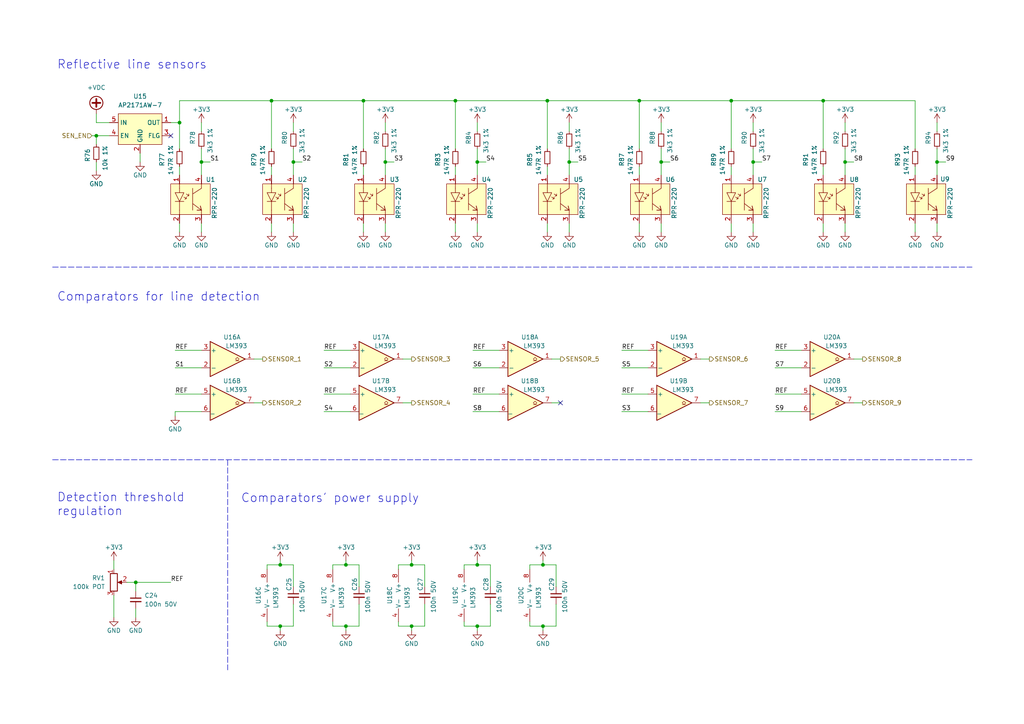
<source format=kicad_sch>
(kicad_sch (version 20211123) (generator eeschema)
  (paper "A4")
  (lib_symbols
    (symbol "AP2171AW:AP2171AW-7"
      (property "Reference" "U" (at -5.08 7.62 0))
      (property "Value" "AP2171AW-7" (at 0 5.08 0))
      (symbol "AP2171AW-7_0_1"
        (rectangle (start -6.35 3.81) (end 6.35 -5.08) (fill (type background)))
      )
      (symbol "AP2171AW-7_1_1"
        (pin passive line (at 8.89 1.27 180) (length 2.54) (name "OUT") (number "1"))
        (pin passive line (at 0 -7.62 90) (length 2.54) (name "GND") (number "2"))
        (pin passive line (at 8.89 -2.54 180) (length 2.54) (name "FLG") (number "3"))
        (pin passive line (at -8.89 -2.54 0) (length 2.54) (name "EN") (number "4"))
        (pin passive line (at -8.89 1.27 0) (length 2.54) (name "IN") (number "5"))
      )
    )
    (symbol "Comparator:LM393" (pin_names (offset 0.127))
      (property "Reference" "U" (at 3.81 3.81 0))
      (property "Value" "LM393" (at 6.35 -3.81 0))
      (symbol "LM393_1_1"
        (polyline (pts (xy -5.08 5.08) (xy 5.08 0) (xy -5.08 -5.08) (xy -5.08 5.08)) (stroke (width 0.254)) (fill (type background)))
        (polyline (pts (xy 3.302 -0.508) (xy 2.794 -0.508) (xy 3.302 0) (xy 2.794 0.508) (xy 2.286 0) (xy 2.794 -0.508) (xy 2.286 -0.508)) (stroke (width 0.127)))
        (pin open_collector line (at 7.62 0 180) (length 2.54) (name "~") (number "1"))
        (pin input line (at -7.62 -2.54 0) (length 2.54) (name "-") (number "2"))
        (pin input line (at -7.62 2.54 0) (length 2.54) (name "+") (number "3"))
      )
      (symbol "LM393_2_1"
        (polyline (pts (xy -5.08 5.08) (xy 5.08 0) (xy -5.08 -5.08) (xy -5.08 5.08)) (stroke (width 0.254)) (fill (type background)))
        (polyline (pts (xy 3.302 -0.508) (xy 2.794 -0.508) (xy 3.302 0) (xy 2.794 0.508) (xy 2.286 0) (xy 2.794 -0.508) (xy 2.286 -0.508)) (stroke (width 0.127)))
        (pin input line (at -7.62 2.54 0) (length 2.54) (name "+") (number "5"))
        (pin input line (at -7.62 -2.54 0) (length 2.54) (name "_") (number "6"))
        (pin open_collector line (at 7.62 0 180) (length 2.54) (name "~") (number "7"))
      )
      (symbol "LM393_3_1"
        (pin power_in line (at -2.54 -7.62 90) (length 3.81) (name "V-") (number "4"))
        (pin power_in line (at -2.54 7.62 270) (length 3.81) (name "V+") (number "8"))
      )
    )
    (symbol "Device:C_Small" (pin_numbers hide) (pin_names (offset 0.254) hide)
      (property "Reference" "C" (at 0.254 1.778 0))
      (property "Value" "C_Small" (at 0.254 -2.032 0))
      (symbol "C_Small_0_1"
        (polyline (pts (xy -1.524 -0.508) (xy 1.524 -0.508)) (stroke (width 0.3302)))
        (polyline (pts (xy -1.524 0.508) (xy 1.524 0.508)) (stroke (width 0.3048)))
      )
      (symbol "C_Small_1_1"
        (pin passive line (at 0 2.54 270) (length 2.032) (name "~") (number "1"))
        (pin passive line (at 0 -2.54 90) (length 2.032) (name "~") (number "2"))
      )
    )
    (symbol "Device:R_Potentiometer" (pin_names (offset 1.016) hide)
      (property "Reference" "RV" (at -4.445 0 90))
      (property "Value" "R_Potentiometer" (at -2.54 0 90))
      (symbol "R_Potentiometer_0_1"
        (polyline (pts (xy 2.54 0) (xy 1.524 0)))
        (polyline (pts (xy 1.143 0) (xy 2.286 0.508) (xy 2.286 -0.508) (xy 1.143 0)) (fill (type outline)))
        (rectangle (start 1.016 2.54) (end -1.016 -2.54) (stroke (width 0.254)))
      )
      (symbol "R_Potentiometer_1_1"
        (pin passive line (at 0 3.81 270) (length 1.27) (name "1") (number "1"))
        (pin passive line (at 3.81 0 180) (length 1.27) (name "2") (number "2"))
        (pin passive line (at 0 -3.81 90) (length 1.27) (name "3") (number "3"))
      )
    )
    (symbol "Device:R_Small" (pin_numbers hide) (pin_names (offset 0.254) hide)
      (property "Reference" "R" (at 0.762 0.508 0))
      (property "Value" "R_Small" (at 0.762 -1.016 0))
      (symbol "R_Small_0_1"
        (rectangle (start -0.762 1.778) (end 0.762 -1.778) (stroke (width 0.2032)))
      )
      (symbol "R_Small_1_1"
        (pin passive line (at 0 2.54 270) (length 0.762) (name "~") (number "1"))
        (pin passive line (at 0 -2.54 90) (length 0.762) (name "~") (number "2"))
      )
    )
    (symbol "RPR_220:RPR-220" (pin_names hide)
      (property "Reference" "U" (at -7.62 0 0))
      (property "Value" "RPR-220" (at 6.35 1.27 90))
      (symbol "RPR-220_0_1"
        (rectangle (start -6.35 5.08) (end 5.08 -3.81) (fill (type background)))
        (polyline (pts (xy -5.08 0) (xy -2.54 0)))
        (polyline (pts (xy -3.81 -2.54) (xy -3.81 -5.08)))
        (polyline (pts (xy -3.81 0) (xy -3.81 -2.54)))
        (polyline (pts (xy -3.81 3.81) (xy -3.81 2.54)))
        (polyline (pts (xy -3.81 6.35) (xy -3.81 3.81)))
        (polyline (pts (xy -1.834 0.7955) (xy -2.2678 0.6351)))
        (polyline (pts (xy -1.1081 1.6635) (xy -1.5419 1.5031)))
        (polyline (pts (xy 0 3.81) (xy 0 -2.54)))
        (polyline (pts (xy 0.0261 -0.6478) (xy 2.54 -2.54)))
        (polyline (pts (xy 2.54 -2.54) (xy 1.27 -2.54)) (stroke (width 0.2)))
        (polyline (pts (xy 2.54 -2.54) (xy 2.2337 -1.328)) (stroke (width 0.2)))
        (polyline (pts (xy 2.54 -2.54) (xy 2.54 -5.08)))
        (polyline (pts (xy 2.54 3.81) (xy 0.036 2.1837)))
        (polyline (pts (xy 2.54 6.35) (xy 2.54 3.81)))
        (polyline (pts (xy -2.54 1.27) (xy -1.834 0.8011) (xy -1.8662 1.3089)))
        (polyline (pts (xy -1.8141 2.138) (xy -1.1081 1.6691) (xy -1.1403 2.1769)))
        (polyline (pts (xy -5.08 2.54) (xy -2.54 2.54) (xy -3.81 0) (xy -5.08 2.54)))
      )
      (symbol "RPR-220_1_1"
        (pin passive line (at -3.81 7.62 270) (length 2.54) (name "A") (number "1"))
        (pin passive line (at -3.81 -6.35 90) (length 2.54) (name "C") (number "2"))
        (pin passive line (at 2.54 -6.35 90) (length 2.54) (name "E") (number "3"))
        (pin passive line (at 2.54 7.62 270) (length 2.54) (name "C") (number "4"))
      )
    )
    (symbol "power:+3.3V" (power) (pin_names (offset 0))
      (property "Value" "+3.3V" (at 0 3.556 0))
      (symbol "+3.3V_0_1"
        (polyline (pts (xy -0.762 1.27) (xy 0 2.54)))
        (polyline (pts (xy 0 0) (xy 0 2.54)))
        (polyline (pts (xy 0 2.54) (xy 0.762 1.27)))
      )
      (symbol "+3.3V_1_1"
        (pin power_in line (at 0 0 90) (length 0) hide (name "+3V3") (number "1"))
      )
    )
    (symbol "power:+VDC" (power) (pin_names (offset 0))
      (property "Value" "+VDC" (at 0 6.35 0))
      (symbol "+VDC_0_1"
        (polyline (pts (xy -1.143 3.175) (xy 1.143 3.175)) (stroke (width 0.508)))
        (polyline (pts (xy 0 0) (xy 0 1.27)))
        (polyline (pts (xy 0 2.032) (xy 0 4.318)) (stroke (width 0.508)))
        (circle (center 0 3.175) (radius 1.905) (stroke (width 0.254)))
      )
      (symbol "+VDC_1_1"
        (pin power_in line (at 0 0 90) (length 0) hide (name "+VDC") (number "1"))
      )
    )
    (symbol "power:GND" (power) (pin_names (offset 0))
      (property "Value" "GND" (at 0 -3.81 0))
      (symbol "GND_0_1"
        (polyline (pts (xy 0 0) (xy 0 -1.27) (xy 1.27 -1.27) (xy 0 -2.54) (xy -1.27 -1.27) (xy 0 -1.27)))
      )
      (symbol "GND_1_1"
        (pin power_in line (at 0 0 270) (length 0) hide (name "GND") (number "1"))
      )
    )
  )
  (junction (at 138.43 181.61))
  (junction (at 157.48 163.83))
  (junction (at 111.76 46.99))
  (junction (at 39.37 168.91))
  (junction (at 238.76 29.21))
  (junction (at 165.1 46.99))
  (junction (at 78.74 29.21))
  (junction (at 132.08 29.21))
  (junction (at 191.77 46.99))
  (junction (at 185.42 29.21))
  (junction (at 100.33 163.83))
  (junction (at 245.11 46.99))
  (junction (at 100.33 181.61))
  (junction (at 158.75 29.21))
  (junction (at 52.07 35.56))
  (junction (at 271.78 46.99))
  (junction (at 218.44 46.99))
  (junction (at 81.28 181.61))
  (junction (at 138.43 46.99))
  (junction (at 119.38 181.61))
  (junction (at 85.09 46.99))
  (junction (at 27.94 39.37))
  (junction (at 138.43 163.83))
  (junction (at 58.42 46.99))
  (junction (at 212.09 29.21))
  (junction (at 157.48 181.61))
  (junction (at 119.38 163.83))
  (junction (at 105.41 29.21))
  (junction (at 81.28 163.83))
  (no_connect (at 49.53 39.37))
  (no_connect (at 162.56 116.84))
  (wire (pts (xy 138.43 43.18) (xy 138.43 46.99)))
  (wire (pts (xy 85.09 35.56) (xy 85.09 38.1)))
  (wire (pts (xy 58.42 43.18) (xy 58.42 46.99)))
  (wire (pts (xy 81.28 181.61) (xy 85.09 181.61)))
  (wire (pts (xy 27.94 39.37) (xy 31.75 39.37)))
  (wire (pts (xy 238.76 64.77) (xy 238.76 67.31)))
  (wire (pts (xy 153.67 181.61) (xy 157.48 181.61)))
  (wire (pts (xy 96.52 163.83) (xy 100.33 163.83)))
  (wire (pts (xy 119.38 181.61) (xy 119.38 182.88)))
  (wire (pts (xy 77.47 165.1) (xy 77.47 163.83)))
  (wire (pts (xy 77.47 163.83) (xy 81.28 163.83)))
  (wire (pts (xy 185.42 29.21) (xy 212.09 29.21)))
  (wire (pts (xy 100.33 181.61) (xy 100.33 182.88)))
  (wire (pts (xy 157.48 162.56) (xy 157.48 163.83)))
  (wire (pts (xy 81.28 162.56) (xy 81.28 163.83)))
  (wire (pts (xy 180.34 114.3) (xy 187.96 114.3)))
  (wire (pts (xy 157.48 181.61) (xy 161.29 181.61)))
  (wire (pts (xy 191.77 46.99) (xy 194.31 46.99)))
  (wire (pts (xy 111.76 35.56) (xy 111.76 38.1)))
  (wire (pts (xy 111.76 46.99) (xy 114.3 46.99)))
  (wire (pts (xy 138.43 163.83) (xy 142.24 163.83)))
  (wire (pts (xy 161.29 163.83) (xy 161.29 170.18)))
  (wire (pts (xy 185.42 29.21) (xy 185.42 43.18)))
  (wire (pts (xy 115.57 163.83) (xy 119.38 163.83)))
  (wire (pts (xy 157.48 163.83) (xy 161.29 163.83)))
  (wire (pts (xy 33.02 172.72) (xy 33.02 179.07)))
  (wire (pts (xy 52.07 48.26) (xy 52.07 50.8)))
  (polyline (pts (xy 15.24 133.35) (xy 281.94 133.35)))
  (wire (pts (xy 158.75 64.77) (xy 158.75 67.31)))
  (wire (pts (xy 191.77 35.56) (xy 191.77 38.1)))
  (wire (pts (xy 100.33 163.83) (xy 104.14 163.83)))
  (wire (pts (xy 115.57 181.61) (xy 119.38 181.61)))
  (wire (pts (xy 245.11 46.99) (xy 245.11 50.8)))
  (wire (pts (xy 40.64 44.45) (xy 40.64 46.99)))
  (wire (pts (xy 77.47 181.61) (xy 81.28 181.61)))
  (wire (pts (xy 27.94 41.91) (xy 27.94 39.37)))
  (wire (pts (xy 158.75 48.26) (xy 158.75 50.8)))
  (wire (pts (xy 33.02 162.56) (xy 33.02 165.1)))
  (wire (pts (xy 271.78 46.99) (xy 271.78 50.8)))
  (wire (pts (xy 153.67 163.83) (xy 157.48 163.83)))
  (polyline (pts (xy 66.04 133.35) (xy 66.04 194.31)))
  (wire (pts (xy 180.34 106.68) (xy 187.96 106.68)))
  (wire (pts (xy 26.67 39.37) (xy 27.94 39.37)))
  (wire (pts (xy 52.07 35.56) (xy 49.53 35.56)))
  (wire (pts (xy 93.98 106.68) (xy 101.6 106.68)))
  (wire (pts (xy 191.77 46.99) (xy 191.77 50.8)))
  (wire (pts (xy 116.84 104.14) (xy 119.38 104.14)))
  (wire (pts (xy 265.43 64.77) (xy 265.43 67.31)))
  (wire (pts (xy 115.57 165.1) (xy 115.57 163.83)))
  (wire (pts (xy 142.24 163.83) (xy 142.24 170.18)))
  (wire (pts (xy 212.09 29.21) (xy 212.09 43.18)))
  (wire (pts (xy 185.42 64.77) (xy 185.42 67.31)))
  (wire (pts (xy 96.52 165.1) (xy 96.52 163.83)))
  (wire (pts (xy 73.66 116.84) (xy 76.2 116.84)))
  (wire (pts (xy 271.78 35.56) (xy 271.78 38.1)))
  (wire (pts (xy 78.74 64.77) (xy 78.74 67.31)))
  (wire (pts (xy 265.43 29.21) (xy 265.43 43.18)))
  (wire (pts (xy 81.28 163.83) (xy 85.09 163.83)))
  (wire (pts (xy 73.66 104.14) (xy 76.2 104.14)))
  (wire (pts (xy 50.8 106.68) (xy 58.42 106.68)))
  (wire (pts (xy 27.94 46.99) (xy 27.94 49.53)))
  (wire (pts (xy 158.75 29.21) (xy 185.42 29.21)))
  (wire (pts (xy 85.09 43.18) (xy 85.09 46.99)))
  (wire (pts (xy 218.44 64.77) (xy 218.44 67.31)))
  (wire (pts (xy 105.41 48.26) (xy 105.41 50.8)))
  (wire (pts (xy 245.11 64.77) (xy 245.11 67.31)))
  (wire (pts (xy 27.94 35.56) (xy 31.75 35.56)))
  (wire (pts (xy 93.98 101.6) (xy 101.6 101.6)))
  (wire (pts (xy 134.62 180.34) (xy 134.62 181.61)))
  (wire (pts (xy 36.83 168.91) (xy 39.37 168.91)))
  (wire (pts (xy 39.37 176.53) (xy 39.37 179.07)))
  (wire (pts (xy 50.8 119.38) (xy 58.42 119.38)))
  (wire (pts (xy 153.67 180.34) (xy 153.67 181.61)))
  (wire (pts (xy 78.74 29.21) (xy 105.41 29.21)))
  (wire (pts (xy 271.78 64.77) (xy 271.78 67.31)))
  (wire (pts (xy 218.44 43.18) (xy 218.44 46.99)))
  (wire (pts (xy 52.07 29.21) (xy 78.74 29.21)))
  (wire (pts (xy 138.43 181.61) (xy 138.43 182.88)))
  (wire (pts (xy 180.34 101.6) (xy 187.96 101.6)))
  (wire (pts (xy 105.41 29.21) (xy 132.08 29.21)))
  (wire (pts (xy 50.8 101.6) (xy 58.42 101.6)))
  (wire (pts (xy 50.8 119.38) (xy 50.8 120.65)))
  (wire (pts (xy 134.62 163.83) (xy 138.43 163.83)))
  (wire (pts (xy 105.41 29.21) (xy 105.41 43.18)))
  (wire (pts (xy 165.1 35.56) (xy 165.1 38.1)))
  (wire (pts (xy 93.98 119.38) (xy 101.6 119.38)))
  (wire (pts (xy 138.43 35.56) (xy 138.43 38.1)))
  (wire (pts (xy 93.98 114.3) (xy 101.6 114.3)))
  (wire (pts (xy 271.78 43.18) (xy 271.78 46.99)))
  (wire (pts (xy 160.02 116.84) (xy 162.56 116.84)))
  (wire (pts (xy 224.79 114.3) (xy 232.41 114.3)))
  (wire (pts (xy 111.76 64.77) (xy 111.76 67.31)))
  (wire (pts (xy 138.43 46.99) (xy 138.43 50.8)))
  (wire (pts (xy 247.65 116.84) (xy 250.19 116.84)))
  (wire (pts (xy 224.79 119.38) (xy 232.41 119.38)))
  (wire (pts (xy 78.74 29.21) (xy 78.74 43.18)))
  (wire (pts (xy 132.08 48.26) (xy 132.08 50.8)))
  (wire (pts (xy 158.75 29.21) (xy 158.75 43.18)))
  (wire (pts (xy 212.09 48.26) (xy 212.09 50.8)))
  (wire (pts (xy 52.07 64.77) (xy 52.07 67.31)))
  (wire (pts (xy 105.41 64.77) (xy 105.41 67.31)))
  (wire (pts (xy 265.43 48.26) (xy 265.43 50.8)))
  (wire (pts (xy 104.14 163.83) (xy 104.14 170.18)))
  (wire (pts (xy 165.1 64.77) (xy 165.1 67.31)))
  (wire (pts (xy 224.79 106.68) (xy 232.41 106.68)))
  (wire (pts (xy 116.84 116.84) (xy 119.38 116.84)))
  (wire (pts (xy 58.42 64.77) (xy 58.42 67.31)))
  (wire (pts (xy 224.79 101.6) (xy 232.41 101.6)))
  (wire (pts (xy 123.19 181.61) (xy 123.19 175.26)))
  (wire (pts (xy 238.76 48.26) (xy 238.76 50.8)))
  (wire (pts (xy 119.38 163.83) (xy 123.19 163.83)))
  (wire (pts (xy 81.28 181.61) (xy 81.28 182.88)))
  (wire (pts (xy 134.62 165.1) (xy 134.62 163.83)))
  (wire (pts (xy 271.78 46.99) (xy 274.32 46.99)))
  (wire (pts (xy 180.34 119.38) (xy 187.96 119.38)))
  (wire (pts (xy 85.09 181.61) (xy 85.09 175.26)))
  (wire (pts (xy 100.33 181.61) (xy 104.14 181.61)))
  (wire (pts (xy 111.76 46.99) (xy 111.76 50.8)))
  (wire (pts (xy 165.1 46.99) (xy 167.64 46.99)))
  (wire (pts (xy 203.2 104.14) (xy 205.74 104.14)))
  (wire (pts (xy 58.42 35.56) (xy 58.42 38.1)))
  (wire (pts (xy 142.24 181.61) (xy 142.24 175.26)))
  (wire (pts (xy 245.11 46.99) (xy 247.65 46.99)))
  (wire (pts (xy 138.43 162.56) (xy 138.43 163.83)))
  (wire (pts (xy 85.09 163.83) (xy 85.09 170.18)))
  (wire (pts (xy 123.19 163.83) (xy 123.19 170.18)))
  (wire (pts (xy 134.62 181.61) (xy 138.43 181.61)))
  (wire (pts (xy 100.33 162.56) (xy 100.33 163.83)))
  (wire (pts (xy 218.44 46.99) (xy 218.44 50.8)))
  (wire (pts (xy 52.07 43.18) (xy 52.07 35.56)))
  (polyline (pts (xy 15.24 77.47) (xy 281.94 77.47)))
  (wire (pts (xy 191.77 64.77) (xy 191.77 67.31)))
  (wire (pts (xy 137.16 106.68) (xy 144.78 106.68)))
  (wire (pts (xy 137.16 101.6) (xy 144.78 101.6)))
  (wire (pts (xy 245.11 35.56) (xy 245.11 38.1)))
  (wire (pts (xy 161.29 181.61) (xy 161.29 175.26)))
  (wire (pts (xy 160.02 104.14) (xy 162.56 104.14)))
  (wire (pts (xy 58.42 46.99) (xy 60.96 46.99)))
  (wire (pts (xy 157.48 181.61) (xy 157.48 182.88)))
  (wire (pts (xy 137.16 114.3) (xy 144.78 114.3)))
  (wire (pts (xy 138.43 64.77) (xy 138.43 67.31)))
  (wire (pts (xy 119.38 162.56) (xy 119.38 163.83)))
  (wire (pts (xy 119.38 181.61) (xy 123.19 181.61)))
  (wire (pts (xy 132.08 64.77) (xy 132.08 67.31)))
  (wire (pts (xy 27.94 33.02) (xy 27.94 35.56)))
  (wire (pts (xy 58.42 46.99) (xy 58.42 50.8)))
  (wire (pts (xy 50.8 114.3) (xy 58.42 114.3)))
  (wire (pts (xy 132.08 29.21) (xy 158.75 29.21)))
  (wire (pts (xy 78.74 48.26) (xy 78.74 50.8)))
  (wire (pts (xy 238.76 29.21) (xy 238.76 43.18)))
  (wire (pts (xy 85.09 46.99) (xy 87.63 46.99)))
  (wire (pts (xy 247.65 104.14) (xy 250.19 104.14)))
  (wire (pts (xy 191.77 43.18) (xy 191.77 46.99)))
  (wire (pts (xy 39.37 168.91) (xy 49.53 168.91)))
  (wire (pts (xy 165.1 46.99) (xy 165.1 50.8)))
  (wire (pts (xy 212.09 64.77) (xy 212.09 67.31)))
  (wire (pts (xy 137.16 119.38) (xy 144.78 119.38)))
  (wire (pts (xy 218.44 35.56) (xy 218.44 38.1)))
  (wire (pts (xy 245.11 43.18) (xy 245.11 46.99)))
  (wire (pts (xy 104.14 181.61) (xy 104.14 175.26)))
  (wire (pts (xy 115.57 180.34) (xy 115.57 181.61)))
  (wire (pts (xy 218.44 46.99) (xy 220.98 46.99)))
  (wire (pts (xy 96.52 181.61) (xy 100.33 181.61)))
  (wire (pts (xy 111.76 43.18) (xy 111.76 46.99)))
  (wire (pts (xy 132.08 29.21) (xy 132.08 43.18)))
  (wire (pts (xy 238.76 29.21) (xy 265.43 29.21)))
  (wire (pts (xy 39.37 168.91) (xy 39.37 171.45)))
  (wire (pts (xy 212.09 29.21) (xy 238.76 29.21)))
  (wire (pts (xy 138.43 181.61) (xy 142.24 181.61)))
  (wire (pts (xy 185.42 48.26) (xy 185.42 50.8)))
  (wire (pts (xy 138.43 46.99) (xy 140.97 46.99)))
  (wire (pts (xy 165.1 43.18) (xy 165.1 46.99)))
  (wire (pts (xy 203.2 116.84) (xy 205.74 116.84)))
  (wire (pts (xy 85.09 64.77) (xy 85.09 67.31)))
  (wire (pts (xy 96.52 180.34) (xy 96.52 181.61)))
  (wire (pts (xy 153.67 165.1) (xy 153.67 163.83)))
  (wire (pts (xy 85.09 46.99) (xy 85.09 50.8)))
  (wire (pts (xy 77.47 180.34) (xy 77.47 181.61)))
  (wire (pts (xy 52.07 35.56) (xy 52.07 29.21)))
  (text "Detection threshold \nregulation" (at 16.51 149.86 0) (effects (font (size 2.5 2.5)) (justify left bottom)))
  (text "Comparators for line detection" (at 16.51 87.63 0) (effects (font (size 2.5 2.5)) (justify left bottom)))
  (text "Comparators' power supply" (at 69.85 146.05 0) (effects (font (size 2.5 2.5)) (justify left bottom)))
  (text "Reflective line sensors" (at 16.51 20.32 0) (effects (font (size 2.5 2.5)) (justify left bottom)))
  (label "REF" (at 224.79 101.6 0))
  (label "REF" (at 93.98 114.3 0))
  (label "S6" (at 194.31 46.99 0))
  (label "S8" (at 247.65 46.99 0))
  (label "S8" (at 137.16 119.38 0))
  (label "REF" (at 93.98 101.6 0))
  (label "S5" (at 167.64 46.99 0))
  (label "S3" (at 114.3 46.99 0))
  (label "S7" (at 224.79 106.68 0))
  (label "S6" (at 137.16 106.68 0))
  (label "REF" (at 50.8 114.3 0))
  (label "S7" (at 220.98 46.99 0))
  (label "S1" (at 50.8 106.68 0))
  (label "S3" (at 180.34 119.38 0))
  (label "REF" (at 137.16 101.6 0))
  (label "REF" (at 137.16 114.3 0))
  (label "REF" (at 50.8 101.6 0))
  (label "REF" (at 224.79 114.3 0))
  (label "S5" (at 180.34 106.68 0))
  (label "REF" (at 49.53 168.91 0))
  (label "S2" (at 87.63 46.99 0))
  (label "S2" (at 93.98 106.68 0))
  (label "S9" (at 274.32 46.99 0))
  (label "S9" (at 224.79 119.38 0))
  (label "S4" (at 93.98 119.38 0))
  (label "REF" (at 180.34 101.6 0))
  (label "S1" (at 60.96 46.99 0))
  (label "S4" (at 140.97 46.99 0))
  (label "REF" (at 180.34 114.3 0))
  (hierarchical_label "SENSOR_1" (shape output) (at 76.2 104.14 0))
  (hierarchical_label "SENSOR_5" (shape output) (at 162.56 104.14 0))
  (hierarchical_label "SENSOR_4" (shape output) (at 119.38 116.84 0))
  (hierarchical_label "SENSOR_9" (shape output) (at 250.19 116.84 0))
  (hierarchical_label "SENSOR_7" (shape output) (at 205.74 116.84 0))
  (hierarchical_label "SENSOR_6" (shape output) (at 205.74 104.14 0))
  (hierarchical_label "SENSOR_8" (shape output) (at 250.19 104.14 0))
  (hierarchical_label "SENSOR_3" (shape output) (at 119.38 104.14 0))
  (hierarchical_label "SEN_EN" (shape input) (at 26.67 39.37 180))
  (hierarchical_label "SENSOR_2" (shape output) (at 76.2 116.84 0))
  (symbol (lib_id "power:+3.3V") (at 157.48 162.56 0) (unit 1)
    (property "Reference" "#PWR0108" (effects hide))
    (property "Value" "+3.3V" (at 157.48 158.75 0))
  )
  (symbol (lib_id "Comparator:LM393") (at 137.16 172.72 0) (unit 3)
    (property "Reference" "U19" (at 132.08 175.26 90) (effects (justify left)))
    (property "Value" "LM393" (at 137.16 176.53 90) (effects (justify left)))
    (property "Footprint" "Package_SO:SOIC-8_3.9x4.9mm_P1.27mm" (effects hide))
    (property "Datasheet" "http://www.ti.com/lit/ds/symlink/lm393.pdf" (effects hide))
  )
  (symbol (lib_id "Device:R_Small") (at 265.43 45.72 0) (unit 1)
    (property "Reference" "R93" (at 260.35 48.26 90) (effects (justify left)))
    (property "Value" "147R 1%" (at 262.89 50.8 90) (effects (justify left)))
    (property "Footprint" "Resistor_SMD:R_0805_2012Metric_Pad1.20x1.40mm_HandSolder" (effects hide))
  )
  (symbol (lib_id "power:+3.3V") (at 218.44 35.56 0) (unit 1)
    (property "Reference" "#PWR0117" (effects hide))
    (property "Value" "+3.3V" (at 218.44 31.75 0))
  )
  (symbol (lib_id "Device:C_Small") (at 85.09 172.72 0) (unit 1)
    (property "Reference" "C25" (at 83.82 171.45 90) (effects (justify left)))
    (property "Value" "100n 50V" (at 87.63 177.8 90) (effects (justify left)))
    (property "Footprint" "Capacitor_SMD:C_0603_1608Metric" (effects hide))
  )
  (symbol (lib_id "Device:R_Small") (at 158.75 45.72 0) (unit 1)
    (property "Reference" "R85" (at 153.67 48.26 90) (effects (justify left)))
    (property "Value" "147R 1%" (at 156.21 50.8 90) (effects (justify left)))
    (property "Footprint" "Resistor_SMD:R_0805_2012Metric_Pad1.20x1.40mm_HandSolder" (effects hide))
  )
  (symbol (lib_id "Comparator:LM393") (at 195.58 116.84 0) (unit 2)
    (property "Reference" "U19" (at 196.85 110.49 0))
    (property "Value" "LM393" (at 198.12 113.03 0))
    (property "Footprint" "Package_SO:SOIC-8_3.9x4.9mm_P1.27mm" (effects hide))
    (property "Datasheet" "http://www.ti.com/lit/ds/symlink/lm393.pdf" (effects hide))
  )
  (symbol (lib_id "Comparator:LM393") (at 195.58 104.14 0) (unit 1)
    (property "Reference" "U19" (at 196.85 97.79 0))
    (property "Value" "LM393" (at 198.12 100.33 0))
    (property "Footprint" "Package_SO:SOIC-8_3.9x4.9mm_P1.27mm" (effects hide))
    (property "Datasheet" "http://www.ti.com/lit/ds/symlink/lm393.pdf" (effects hide))
  )
  (symbol (lib_id "Device:C_Small") (at 142.24 172.72 0) (unit 1)
    (property "Reference" "C28" (at 140.97 171.45 90) (effects (justify left)))
    (property "Value" "100n 50V" (at 144.78 177.8 90) (effects (justify left)))
    (property "Footprint" "Capacitor_SMD:C_0603_1608Metric" (effects hide))
  )
  (symbol (lib_id "power:GND") (at 78.74 67.31 0) (unit 1)
    (property "Reference" "#PWR090" (effects hide))
    (property "Value" "GND" (at 78.74 71.12 0))
  )
  (symbol (lib_id "power:+3.3V") (at 165.1 35.56 0) (unit 1)
    (property "Reference" "#PWR0111" (effects hide))
    (property "Value" "+3.3V" (at 165.1 31.75 0))
  )
  (symbol (lib_id "RPR_220:RPR-220") (at 109.22 58.42 0) (unit 1)
    (property "Reference" "U3" (at 113.03 52.07 0) (effects (justify left)))
    (property "Value" "RPR-220" (at 115.57 63.5 90) (effects (justify left)))
    (property "Footprint" "RPR_220:RPR_220" (effects hide))
    (property "Datasheet" "https://fscdn.rohm.com/en/products/databook/datasheet/opto/optical_sensor/photosensor/rpr-220.pdf" (effects hide))
    (property "M" "Rohm Semiconductor" (effects hide))
    (property "MPN" "RPR-220" (effects hide))
  )
  (symbol (lib_id "RPR_220:RPR-220") (at 269.24 58.42 0) (unit 1)
    (property "Reference" "U9" (at 272.6952 51.9585 0) (effects (justify left)))
    (property "Value" "RPR-220" (at 275.59 63.5 90) (effects (justify left)))
    (property "Footprint" "RPR_220:RPR_220" (effects hide))
    (property "Datasheet" "https://fscdn.rohm.com/en/products/databook/datasheet/opto/optical_sensor/photosensor/rpr-220.pdf" (effects hide))
    (property "M" "Rohm Semiconductor" (effects hide))
    (property "MPN" "RPR-220" (effects hide))
  )
  (symbol (lib_id "power:+3.3V") (at 85.09 35.56 0) (unit 1)
    (property "Reference" "#PWR093" (effects hide))
    (property "Value" "+3.3V" (at 85.09 31.75 0))
  )
  (symbol (lib_id "power:GND") (at 58.42 67.31 0) (unit 1)
    (property "Reference" "#PWR089" (effects hide))
    (property "Value" "GND" (at 58.42 71.12 0))
  )
  (symbol (lib_id "power:+3.3V") (at 271.78 35.56 0) (unit 1)
    (property "Reference" "#PWR0123" (effects hide))
    (property "Value" "+3.3V" (at 271.78 31.75 0))
  )
  (symbol (lib_id "power:+3.3V") (at 138.43 162.56 0) (unit 1)
    (property "Reference" "#PWR0106" (effects hide))
    (property "Value" "+3.3V" (at 138.43 158.75 0))
  )
  (symbol (lib_id "Device:R_Small") (at 58.42 40.64 0) (unit 1)
    (property "Reference" "R78" (at 55.88 41.91 90) (effects (justify left)))
    (property "Value" "3k3 1%" (at 60.96 44.45 90) (effects (justify left)))
    (property "Footprint" "Resistor_SMD:R_0603_1608Metric_Pad0.98x0.95mm_HandSolder" (effects hide))
  )
  (symbol (lib_id "power:GND") (at 50.8 120.65 0) (unit 1)
    (property "Reference" "#PWR?" (effects hide))
    (property "Value" "GND" (at 50.8 124.46 0))
  )
  (symbol (lib_id "Device:R_Small") (at 105.41 45.72 0) (unit 1)
    (property "Reference" "R81" (at 100.33 48.26 90) (effects (justify left)))
    (property "Value" "147R 1%" (at 102.87 50.8 90) (effects (justify left)))
    (property "Footprint" "Resistor_SMD:R_0805_2012Metric_Pad1.20x1.40mm_HandSolder" (effects hide))
  )
  (symbol (lib_id "power:GND") (at 81.28 182.88 0) (unit 1)
    (property "Reference" "#PWR092" (effects hide))
    (property "Value" "GND" (at 81.28 186.69 0))
  )
  (symbol (lib_id "Device:R_Small") (at 238.76 45.72 0) (unit 1)
    (property "Reference" "R91" (at 233.68 48.26 90) (effects (justify left)))
    (property "Value" "147R 1%" (at 236.22 50.8 90) (effects (justify left)))
    (property "Footprint" "Resistor_SMD:R_0805_2012Metric_Pad1.20x1.40mm_HandSolder" (effects hide))
  )
  (symbol (lib_id "power:GND") (at 185.42 67.31 0) (unit 1)
    (property "Reference" "#PWR0113" (effects hide))
    (property "Value" "GND" (at 185.42 71.12 0))
  )
  (symbol (lib_id "power:+3.3V") (at 119.38 162.56 0) (unit 1)
    (property "Reference" "#PWR0100" (effects hide))
    (property "Value" "+3.3V" (at 119.38 158.75 0))
  )
  (symbol (lib_id "power:GND") (at 218.44 67.31 0) (unit 1)
    (property "Reference" "#PWR0118" (effects hide))
    (property "Value" "GND" (at 218.44 71.12 0))
  )
  (symbol (lib_id "Device:R_Small") (at 27.94 44.45 0) (unit 1)
    (property "Reference" "R76" (at 25.4 46.99 90) (effects (justify left)))
    (property "Value" "10k 1%" (at 30.48 49.53 90) (effects (justify left)))
    (property "Footprint" "Resistor_SMD:R_0603_1608Metric_Pad0.98x0.95mm_HandSolder" (effects hide))
  )
  (symbol (lib_id "AP2171AW:AP2171AW-7") (at 40.64 36.83 0) (unit 1)
    (property "Reference" "U15" (at 40.64 27.94 0))
    (property "Value" "AP2171AW-7" (at 40.64 30.48 0))
    (property "Footprint" "Package_TO_SOT_SMD:SOT-23-5" (effects hide))
    (property "Datasheet" "https://www.diodes.com/assets/Datasheets/AP2161_71.pdf" (effects hide))
    (property "M" "Diodes Incorporated" (effects hide))
    (property "MPN" "AP2171AW-7" (effects hide))
  )
  (symbol (lib_id "power:+3.3V") (at 111.76 35.56 0) (unit 1)
    (property "Reference" "#PWR098" (effects hide))
    (property "Value" "+3.3V" (at 111.76 31.75 0))
  )
  (symbol (lib_id "Comparator:LM393") (at 240.03 104.14 0) (unit 1)
    (property "Reference" "U20" (at 241.3 97.79 0))
    (property "Value" "LM393" (at 242.57 100.33 0))
    (property "Footprint" "Package_SO:SOIC-8_3.9x4.9mm_P1.27mm" (effects hide))
    (property "Datasheet" "http://www.ti.com/lit/ds/symlink/lm393.pdf" (effects hide))
  )
  (symbol (lib_id "power:GND") (at 271.78 67.31 0) (unit 1)
    (property "Reference" "#PWR0124" (effects hide))
    (property "Value" "GND" (at 271.78 71.12 0))
  )
  (symbol (lib_id "Device:R_Small") (at 271.78 40.64 0) (unit 1)
    (property "Reference" "R94" (at 269.24 41.91 90) (effects (justify left)))
    (property "Value" "3k3 1%" (at 274.32 44.45 90) (effects (justify left)))
    (property "Footprint" "Resistor_SMD:R_0603_1608Metric_Pad0.98x0.95mm_HandSolder" (effects hide))
  )
  (symbol (lib_id "power:GND") (at 27.94 49.53 0) (unit 1)
    (property "Reference" "#PWR082" (effects hide))
    (property "Value" "GND" (at 27.94 53.34 0))
  )
  (symbol (lib_id "Device:R_Small") (at 165.1 40.64 0) (unit 1)
    (property "Reference" "R86" (at 162.56 41.91 90) (effects (justify left)))
    (property "Value" "3k3 1%" (at 167.64 44.45 90) (effects (justify left)))
    (property "Footprint" "Resistor_SMD:R_0603_1608Metric_Pad0.98x0.95mm_HandSolder" (effects hide))
  )
  (symbol (lib_id "Comparator:LM393") (at 99.06 172.72 0) (unit 3)
    (property "Reference" "U17" (at 93.98 175.26 90) (effects (justify left)))
    (property "Value" "LM393" (at 99.06 176.53 90) (effects (justify left)))
    (property "Footprint" "Package_SO:SOIC-8_3.9x4.9mm_P1.27mm" (effects hide))
    (property "Datasheet" "http://www.ti.com/lit/ds/symlink/lm393.pdf" (effects hide))
  )
  (symbol (lib_id "Device:R_Small") (at 185.42 45.72 0) (unit 1)
    (property "Reference" "R87" (at 180.34 48.26 90) (effects (justify left)))
    (property "Value" "147R 1%" (at 182.88 50.8 90) (effects (justify left)))
    (property "Footprint" "Resistor_SMD:R_0805_2012Metric_Pad1.20x1.40mm_HandSolder" (effects hide))
  )
  (symbol (lib_id "power:GND") (at 138.43 182.88 0) (unit 1)
    (property "Reference" "#PWR0107" (effects hide))
    (property "Value" "GND" (at 138.43 186.69 0))
  )
  (symbol (lib_id "power:GND") (at 238.76 67.31 0) (unit 1)
    (property "Reference" "#PWR0119" (effects hide))
    (property "Value" "GND" (at 238.76 71.12 0))
  )
  (symbol (lib_id "power:GND") (at 111.76 67.31 0) (unit 1)
    (property "Reference" "#PWR099" (effects hide))
    (property "Value" "GND" (at 111.76 71.12 0))
  )
  (symbol (lib_id "power:+3.3V") (at 81.28 162.56 0) (unit 1)
    (property "Reference" "#PWR091" (effects hide))
    (property "Value" "+3.3V" (at 81.28 158.75 0))
  )
  (symbol (lib_id "power:GND") (at 265.43 67.31 0) (unit 1)
    (property "Reference" "#PWR0122" (effects hide))
    (property "Value" "GND" (at 265.43 71.12 0))
  )
  (symbol (lib_id "power:+3.3V") (at 191.77 35.56 0) (unit 1)
    (property "Reference" "#PWR0114" (effects hide))
    (property "Value" "+3.3V" (at 191.77 31.75 0))
  )
  (symbol (lib_id "power:+3.3V") (at 138.43 35.56 0) (unit 1)
    (property "Reference" "#PWR0104" (effects hide))
    (property "Value" "+3.3V" (at 138.43 31.75 0))
  )
  (symbol (lib_id "Device:C_Small") (at 104.14 172.72 0) (unit 1)
    (property "Reference" "C26" (at 102.87 171.45 90) (effects (justify left)))
    (property "Value" "100n 50V" (at 106.68 177.8 90) (effects (justify left)))
    (property "Footprint" "Capacitor_SMD:C_0603_1608Metric" (effects hide))
  )
  (symbol (lib_id "power:GND") (at 85.09 67.31 0) (unit 1)
    (property "Reference" "#PWR094" (effects hide))
    (property "Value" "GND" (at 85.09 71.12 0))
  )
  (symbol (lib_id "Comparator:LM393") (at 109.22 104.14 0) (unit 1)
    (property "Reference" "U17" (at 110.49 97.79 0))
    (property "Value" "LM393" (at 111.76 100.33 0))
    (property "Footprint" "Package_SO:SOIC-8_3.9x4.9mm_P1.27mm" (effects hide))
    (property "Datasheet" "http://www.ti.com/lit/ds/symlink/lm393.pdf" (effects hide))
  )
  (symbol (lib_id "Device:R_Small") (at 245.11 40.64 0) (unit 1)
    (property "Reference" "R92" (at 242.57 41.91 90) (effects (justify left)))
    (property "Value" "3k3 1%" (at 247.65 44.45 90) (effects (justify left)))
    (property "Footprint" "Resistor_SMD:R_0603_1608Metric_Pad0.98x0.95mm_HandSolder" (effects hide))
  )
  (symbol (lib_id "power:+3.3V") (at 100.33 162.56 0) (unit 1)
    (property "Reference" "#PWR095" (effects hide))
    (property "Value" "+3.3V" (at 100.33 158.75 0))
  )
  (symbol (lib_id "Device:R_Small") (at 138.43 40.64 0) (unit 1)
    (property "Reference" "R84" (at 135.89 41.91 90) (effects (justify left)))
    (property "Value" "3k3 1%" (at 140.97 44.45 90) (effects (justify left)))
    (property "Footprint" "Resistor_SMD:R_0603_1608Metric_Pad0.98x0.95mm_HandSolder" (effects hide))
  )
  (symbol (lib_id "RPR_220:RPR-220") (at 215.9 58.42 0) (unit 1)
    (property "Reference" "U7" (at 219.71 52.07 0) (effects (justify left)))
    (property "Value" "RPR-220" (at 222.25 63.5 90) (effects (justify left)))
    (property "Footprint" "RPR_220:RPR_220" (effects hide))
    (property "Datasheet" "https://fscdn.rohm.com/en/products/databook/datasheet/opto/optical_sensor/photosensor/rpr-220.pdf" (effects hide))
    (property "M" "Rohm Semiconductor" (effects hide))
    (property "MPN" "RPR-220" (effects hide))
  )
  (symbol (lib_id "power:GND") (at 157.48 182.88 0) (unit 1)
    (property "Reference" "#PWR0109" (effects hide))
    (property "Value" "GND" (at 157.48 186.69 0))
  )
  (symbol (lib_id "Comparator:LM393") (at 156.21 172.72 0) (unit 3)
    (property "Reference" "U20" (at 151.13 175.26 90) (effects (justify left)))
    (property "Value" "LM393" (at 156.21 176.53 90) (effects (justify left)))
    (property "Footprint" "Package_SO:SOIC-8_3.9x4.9mm_P1.27mm" (effects hide))
    (property "Datasheet" "http://www.ti.com/lit/ds/symlink/lm393.pdf" (effects hide))
  )
  (symbol (lib_id "power:+3.3V") (at 58.42 35.56 0) (unit 1)
    (property "Reference" "#PWR088" (effects hide))
    (property "Value" "+3.3V" (at 58.42 31.75 0))
  )
  (symbol (lib_id "power:GND") (at 33.02 179.07 0) (unit 1)
    (property "Reference" "#PWR084" (effects hide))
    (property "Value" "GND" (at 33.02 182.88 0))
  )
  (symbol (lib_id "Comparator:LM393") (at 152.4 116.84 0) (unit 2)
    (property "Reference" "U18" (at 153.67 110.49 0))
    (property "Value" "LM393" (at 154.94 113.03 0))
    (property "Footprint" "Package_SO:SOIC-8_3.9x4.9mm_P1.27mm" (effects hide))
    (property "Datasheet" "http://www.ti.com/lit/ds/symlink/lm393.pdf" (effects hide))
  )
  (symbol (lib_id "power:GND") (at 39.37 179.07 0) (unit 1)
    (property "Reference" "#PWR085" (effects hide))
    (property "Value" "GND" (at 39.37 182.88 0))
  )
  (symbol (lib_id "power:GND") (at 212.09 67.31 0) (unit 1)
    (property "Reference" "#PWR0116" (effects hide))
    (property "Value" "GND" (at 212.09 71.12 0))
  )
  (symbol (lib_id "power:GND") (at 165.1 67.31 0) (unit 1)
    (property "Reference" "#PWR0112" (effects hide))
    (property "Value" "GND" (at 165.1 71.12 0))
  )
  (symbol (lib_id "Comparator:LM393") (at 109.22 116.84 0) (unit 2)
    (property "Reference" "U17" (at 110.49 110.49 0))
    (property "Value" "LM393" (at 111.76 113.03 0))
    (property "Footprint" "Package_SO:SOIC-8_3.9x4.9mm_P1.27mm" (effects hide))
    (property "Datasheet" "http://www.ti.com/lit/ds/symlink/lm393.pdf" (effects hide))
  )
  (symbol (lib_id "Device:R_Small") (at 111.76 40.64 0) (unit 1)
    (property "Reference" "R82" (at 109.22 41.91 90) (effects (justify left)))
    (property "Value" "3k3 1%" (at 114.3 44.45 90) (effects (justify left)))
    (property "Footprint" "Resistor_SMD:R_0603_1608Metric_Pad0.98x0.95mm_HandSolder" (effects hide))
  )
  (symbol (lib_id "Device:R_Small") (at 85.09 40.64 0) (unit 1)
    (property "Reference" "R80" (at 82.55 41.91 90) (effects (justify left)))
    (property "Value" "3k3 1%" (at 87.63 44.45 90) (effects (justify left)))
    (property "Footprint" "Resistor_SMD:R_0603_1608Metric_Pad0.98x0.95mm_HandSolder" (effects hide))
  )
  (symbol (lib_id "power:GND") (at 158.75 67.31 0) (unit 1)
    (property "Reference" "#PWR0110" (effects hide))
    (property "Value" "GND" (at 158.75 71.12 0))
  )
  (symbol (lib_id "Comparator:LM393") (at 152.4 104.14 0) (unit 1)
    (property "Reference" "U18" (at 153.67 97.79 0))
    (property "Value" "LM393" (at 154.94 100.33 0))
    (property "Footprint" "Package_SO:SOIC-8_3.9x4.9mm_P1.27mm" (effects hide))
    (property "Datasheet" "http://www.ti.com/lit/ds/symlink/lm393.pdf" (effects hide))
  )
  (symbol (lib_id "power:GND") (at 132.08 67.31 0) (unit 1)
    (property "Reference" "#PWR0102" (effects hide))
    (property "Value" "GND" (at 132.08 71.12 0))
  )
  (symbol (lib_id "power:+VDC") (at 27.94 33.02 0) (unit 1)
    (property "Reference" "#PWR081" (effects hide))
    (property "Value" "+VDC" (at 27.94 25.4 0))
  )
  (symbol (lib_id "RPR_220:RPR-220") (at 242.57 58.42 0) (unit 1)
    (property "Reference" "U8" (at 246.38 52.07 0) (effects (justify left)))
    (property "Value" "RPR-220" (at 248.92 63.5 90) (effects (justify left)))
    (property "Footprint" "RPR_220:RPR_220" (effects hide))
    (property "Datasheet" "https://fscdn.rohm.com/en/products/databook/datasheet/opto/optical_sensor/photosensor/rpr-220.pdf" (effects hide))
    (property "M" "Rohm Semiconductor" (effects hide))
    (property "MPN" "RPR-220" (effects hide))
  )
  (symbol (lib_id "RPR_220:RPR-220") (at 82.55 58.42 0) (unit 1)
    (property "Reference" "U2" (at 86.36 52.07 0) (effects (justify left)))
    (property "Value" "RPR-220" (at 88.9 63.5 90) (effects (justify left)))
    (property "Footprint" "RPR_220:RPR_220" (effects hide))
    (property "Datasheet" "https://fscdn.rohm.com/en/products/databook/datasheet/opto/optical_sensor/photosensor/rpr-220.pdf" (effects hide))
    (property "M" "Rohm Semiconductor" (effects hide))
    (property "MPN" "RPR-220" (effects hide))
  )
  (symbol (lib_id "Device:R_Small") (at 212.09 45.72 0) (unit 1)
    (property "Reference" "R89" (at 207.01 48.26 90) (effects (justify left)))
    (property "Value" "147R 1%" (at 209.55 50.8 90) (effects (justify left)))
    (property "Footprint" "Resistor_SMD:R_0805_2012Metric_Pad1.20x1.40mm_HandSolder" (effects hide))
  )
  (symbol (lib_id "RPR_220:RPR-220") (at 55.88 58.42 0) (unit 1)
    (property "Reference" "U1" (at 59.69 52.07 0) (effects (justify left)))
    (property "Value" "RPR-220" (at 62.23 63.5 90) (effects (justify left)))
    (property "Footprint" "RPR_220:RPR_220" (effects hide))
    (property "Datasheet" "https://fscdn.rohm.com/en/products/databook/datasheet/opto/optical_sensor/photosensor/rpr-220.pdf" (effects hide))
    (property "M" "Rohm Semiconductor" (effects hide))
    (property "MPN" "RPR-220" (effects hide))
  )
  (symbol (lib_id "power:GND") (at 191.77 67.31 0) (unit 1)
    (property "Reference" "#PWR0115" (effects hide))
    (property "Value" "GND" (at 191.77 71.12 0))
  )
  (symbol (lib_id "Comparator:LM393") (at 80.01 172.72 0) (unit 3)
    (property "Reference" "U16" (at 74.93 175.26 90) (effects (justify left)))
    (property "Value" "LM393" (at 80.01 176.53 90) (effects (justify left)))
    (property "Footprint" "Package_SO:SOIC-8_3.9x4.9mm_P1.27mm" (effects hide))
    (property "Datasheet" "http://www.ti.com/lit/ds/symlink/lm393.pdf" (effects hide))
  )
  (symbol (lib_id "Comparator:LM393") (at 240.03 116.84 0) (unit 2)
    (property "Reference" "U20" (at 241.3 110.49 0))
    (property "Value" "LM393" (at 242.57 113.03 0))
    (property "Footprint" "Package_SO:SOIC-8_3.9x4.9mm_P1.27mm" (effects hide))
    (property "Datasheet" "http://www.ti.com/lit/ds/symlink/lm393.pdf" (effects hide))
  )
  (symbol (lib_id "Device:R_Potentiometer") (at 33.02 168.91 0) (unit 1)
    (property "Reference" "RV1" (at 30.48 167.6399 0) (effects (justify right)))
    (property "Value" "100k POT" (at 30.48 170.1799 0) (effects (justify right)))
    (property "Footprint" "Potentiometer_SMD:Potentiometer_Bourns_3224W_Vertical" (effects hide))
    (property "M" "Bourns" (effects hide))
    (property "MPN" "3224W-1-104E" (effects hide))
  )
  (symbol (lib_id "power:GND") (at 138.43 67.31 0) (unit 1)
    (property "Reference" "#PWR0105" (effects hide))
    (property "Value" "GND" (at 138.43 71.12 0))
  )
  (symbol (lib_id "Comparator:LM393") (at 66.04 104.14 0) (unit 1)
    (property "Reference" "U16" (at 67.31 97.79 0))
    (property "Value" "LM393" (at 68.58 100.33 0))
    (property "Footprint" "Package_SO:SOIC-8_3.9x4.9mm_P1.27mm" (effects hide))
    (property "Datasheet" "http://www.ti.com/lit/ds/symlink/lm393.pdf" (effects hide))
  )
  (symbol (lib_id "power:GND") (at 105.41 67.31 0) (unit 1)
    (property "Reference" "#PWR097" (effects hide))
    (property "Value" "GND" (at 105.41 71.12 0))
  )
  (symbol (lib_id "Device:R_Small") (at 132.08 45.72 0) (unit 1)
    (property "Reference" "R83" (at 127 48.26 90) (effects (justify left)))
    (property "Value" "147R 1%" (at 129.54 50.8 90) (effects (justify left)))
    (property "Footprint" "Resistor_SMD:R_0805_2012Metric_Pad1.20x1.40mm_HandSolder" (effects hide))
  )
  (symbol (lib_id "power:+3.3V") (at 245.11 35.56 0) (unit 1)
    (property "Reference" "#PWR0120" (effects hide))
    (property "Value" "+3.3V" (at 245.11 31.75 0))
  )
  (symbol (lib_id "Device:R_Small") (at 218.44 40.64 0) (unit 1)
    (property "Reference" "R90" (at 215.9 41.91 90) (effects (justify left)))
    (property "Value" "3k3 1%" (at 220.98 44.45 90) (effects (justify left)))
    (property "Footprint" "Resistor_SMD:R_0603_1608Metric_Pad0.98x0.95mm_HandSolder" (effects hide))
  )
  (symbol (lib_id "RPR_220:RPR-220") (at 189.23 58.42 0) (unit 1)
    (property "Reference" "U6" (at 193.04 52.07 0) (effects (justify left)))
    (property "Value" "RPR-220" (at 195.58 63.5 90) (effects (justify left)))
    (property "Footprint" "RPR_220:RPR_220" (effects hide))
    (property "Datasheet" "https://fscdn.rohm.com/en/products/databook/datasheet/opto/optical_sensor/photosensor/rpr-220.pdf" (effects hide))
    (property "M" "Rohm Semiconductor" (effects hide))
    (property "MPN" "RPR-220" (effects hide))
  )
  (symbol (lib_id "power:GND") (at 245.11 67.31 0) (unit 1)
    (property "Reference" "#PWR0121" (effects hide))
    (property "Value" "GND" (at 245.11 71.12 0))
  )
  (symbol (lib_id "Device:R_Small") (at 52.07 45.72 0) (unit 1)
    (property "Reference" "R77" (at 46.99 48.26 90) (effects (justify left)))
    (property "Value" "147R 1%" (at 49.53 50.8 90) (effects (justify left)))
    (property "Footprint" "Resistor_SMD:R_0805_2012Metric_Pad1.20x1.40mm_HandSolder" (effects hide))
  )
  (symbol (lib_id "power:GND") (at 52.07 67.31 0) (unit 1)
    (property "Reference" "#PWR087" (effects hide))
    (property "Value" "GND" (at 52.07 71.12 0))
  )
  (symbol (lib_id "RPR_220:RPR-220") (at 135.89 58.42 0) (unit 1)
    (property "Reference" "U4" (at 139.7 52.07 0) (effects (justify left)))
    (property "Value" "RPR-220" (at 142.24 63.5 90) (effects (justify left)))
    (property "Footprint" "RPR_220:RPR_220" (effects hide))
    (property "Datasheet" "https://fscdn.rohm.com/en/products/databook/datasheet/opto/optical_sensor/photosensor/rpr-220.pdf" (effects hide))
    (property "M" "Rohm Semiconductor" (effects hide))
    (property "MPN" "RPR-220" (effects hide))
  )
  (symbol (lib_id "power:GND") (at 100.33 182.88 0) (unit 1)
    (property "Reference" "#PWR096" (effects hide))
    (property "Value" "GND" (at 100.33 186.69 0))
  )
  (symbol (lib_id "Device:R_Small") (at 78.74 45.72 0) (unit 1)
    (property "Reference" "R79" (at 73.66 48.26 90) (effects (justify left)))
    (property "Value" "147R 1%" (at 76.2 50.8 90) (effects (justify left)))
    (property "Footprint" "Resistor_SMD:R_0805_2012Metric_Pad1.20x1.40mm_HandSolder" (effects hide))
  )
  (symbol (lib_id "RPR_220:RPR-220") (at 162.56 58.42 0) (unit 1)
    (property "Reference" "U5" (at 166.37 52.07 0) (effects (justify left)))
    (property "Value" "RPR-220" (at 168.91 63.5 90) (effects (justify left)))
    (property "Footprint" "RPR_220:RPR_220" (effects hide))
    (property "Datasheet" "https://fscdn.rohm.com/en/products/databook/datasheet/opto/optical_sensor/photosensor/rpr-220.pdf" (effects hide))
    (property "M" "Rohm Semiconductor" (effects hide))
    (property "MPN" "RPR-220" (effects hide))
  )
  (symbol (lib_id "Device:C_Small") (at 123.19 172.72 0) (unit 1)
    (property "Reference" "C27" (at 121.92 171.45 90) (effects (justify left)))
    (property "Value" "100n 50V" (at 125.73 177.8 90) (effects (justify left)))
    (property "Footprint" "Capacitor_SMD:C_0603_1608Metric" (effects hide))
  )
  (symbol (lib_id "power:GND") (at 119.38 182.88 0) (unit 1)
    (property "Reference" "#PWR0101" (effects hide))
    (property "Value" "GND" (at 119.38 186.69 0))
  )
  (symbol (lib_id "power:GND") (at 40.64 46.99 0) (unit 1)
    (property "Reference" "#PWR086" (effects hide))
    (property "Value" "GND" (at 40.64 50.8 0))
  )
  (symbol (lib_id "Device:R_Small") (at 191.77 40.64 0) (unit 1)
    (property "Reference" "R88" (at 189.23 41.91 90) (effects (justify left)))
    (property "Value" "3k3 1%" (at 194.31 44.45 90) (effects (justify left)))
    (property "Footprint" "Resistor_SMD:R_0603_1608Metric_Pad0.98x0.95mm_HandSolder" (effects hide))
  )
  (symbol (lib_id "Device:C_Small") (at 39.37 173.99 0) (unit 1)
    (property "Reference" "C24" (at 41.91 172.72 0) (effects (justify left)))
    (property "Value" "100n 50V" (at 41.91 175.26 0) (effects (justify left)))
    (property "Footprint" "Capacitor_SMD:C_0603_1608Metric" (effects hide))
  )
  (symbol (lib_id "Comparator:LM393") (at 118.11 172.72 0) (unit 3)
    (property "Reference" "U18" (at 113.03 175.26 90) (effects (justify left)))
    (property "Value" "LM393" (at 118.11 176.53 90) (effects (justify left)))
    (property "Footprint" "Package_SO:SOIC-8_3.9x4.9mm_P1.27mm" (effects hide))
    (property "Datasheet" "http://www.ti.com/lit/ds/symlink/lm393.pdf" (effects hide))
  )
  (symbol (lib_id "Comparator:LM393") (at 66.04 116.84 0) (unit 2)
    (property "Reference" "U16" (at 67.31 110.49 0))
    (property "Value" "LM393" (at 68.58 113.03 0))
    (property "Footprint" "Package_SO:SOIC-8_3.9x4.9mm_P1.27mm" (effects hide))
    (property "Datasheet" "http://www.ti.com/lit/ds/symlink/lm393.pdf" (effects hide))
  )
  (symbol (lib_id "power:+3.3V") (at 33.02 162.56 0) (unit 1)
    (property "Reference" "#PWR083" (effects hide))
    (property "Value" "+3.3V" (at 33.02 158.75 0))
  )
  (symbol (lib_id "Device:C_Small") (at 161.29 172.72 0) (unit 1)
    (property "Reference" "C29" (at 160.02 171.45 90) (effects (justify left)))
    (property "Value" "100n 50V" (at 163.83 177.8 90) (effects (justify left)))
    (property "Footprint" "Capacitor_SMD:C_0603_1608Metric" (effects hide))
  )
)
</source>
